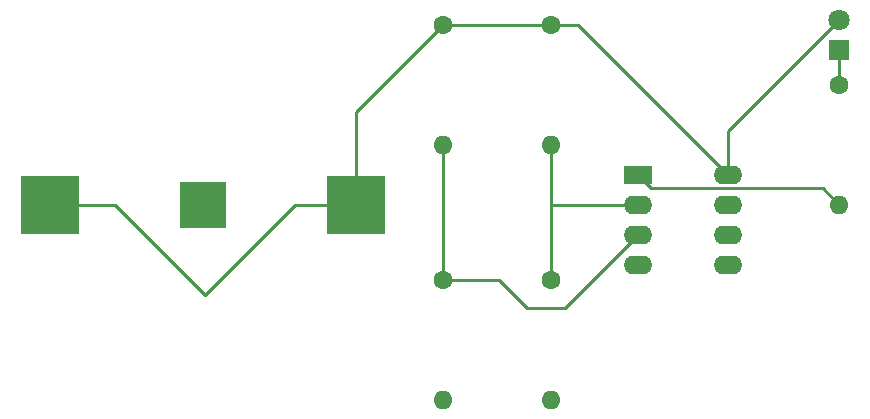
<source format=gbr>
%TF.GenerationSoftware,KiCad,Pcbnew,7.0.9-7.0.9~ubuntu22.04.1*%
%TF.CreationDate,2024-01-09T22:45:08-05:00*%
%TF.ProjectId,AoE_Too_Hot,416f455f-546f-46f5-9f48-6f742e6b6963,rev?*%
%TF.SameCoordinates,Original*%
%TF.FileFunction,Copper,L1,Top*%
%TF.FilePolarity,Positive*%
%FSLAX46Y46*%
G04 Gerber Fmt 4.6, Leading zero omitted, Abs format (unit mm)*
G04 Created by KiCad (PCBNEW 7.0.9-7.0.9~ubuntu22.04.1) date 2024-01-09 22:45:08*
%MOMM*%
%LPD*%
G01*
G04 APERTURE LIST*
%TA.AperFunction,SMDPad,CuDef*%
%ADD10R,5.000000X5.000000*%
%TD*%
%TA.AperFunction,SMDPad,CuDef*%
%ADD11R,4.000000X4.000000*%
%TD*%
%TA.AperFunction,ComponentPad*%
%ADD12C,1.800000*%
%TD*%
%TA.AperFunction,ComponentPad*%
%ADD13R,1.800000X1.800000*%
%TD*%
%TA.AperFunction,ComponentPad*%
%ADD14R,2.400000X1.600000*%
%TD*%
%TA.AperFunction,ComponentPad*%
%ADD15O,2.400000X1.600000*%
%TD*%
%TA.AperFunction,ComponentPad*%
%ADD16C,1.600000*%
%TD*%
%TA.AperFunction,ComponentPad*%
%ADD17O,1.600000X1.600000*%
%TD*%
%TA.AperFunction,ViaPad*%
%ADD18C,0.800000*%
%TD*%
%TA.AperFunction,Conductor*%
%ADD19C,0.250000*%
%TD*%
G04 APERTURE END LIST*
D10*
%TO.P,BT1,1,+*%
%TO.N,Net-(BT1-+)*%
X81030000Y-78740000D03*
X106930000Y-78740000D03*
D11*
%TO.P,BT1,2,-*%
%TO.N,GND*%
X93980000Y-78740000D03*
%TD*%
D12*
%TO.P,D1,2,A*%
%TO.N,Net-(BT1-+)*%
X147828000Y-63119000D03*
D13*
%TO.P,D1,1,K*%
%TO.N,Net-(D1-K)*%
X147828000Y-65659000D03*
%TD*%
D14*
%TO.P,U1,1*%
%TO.N,Net-(R4-Pad2)*%
X130795000Y-76200000D03*
D15*
%TO.P,U1,2,-*%
%TO.N,Net-(U1A--)*%
X130795000Y-78740000D03*
%TO.P,U1,3,+*%
%TO.N,Net-(U1A-+)*%
X130795000Y-81280000D03*
%TO.P,U1,4,V-*%
%TO.N,GND*%
X130795000Y-83820000D03*
%TO.P,U1,5,+*%
%TO.N,unconnected-(U1B-+-Pad5)*%
X138415000Y-83820000D03*
%TO.P,U1,6,-*%
%TO.N,unconnected-(U1B---Pad6)*%
X138415000Y-81280000D03*
%TO.P,U1,7*%
%TO.N,unconnected-(U1-Pad7)*%
X138415000Y-78740000D03*
%TO.P,U1,8,V+*%
%TO.N,Net-(BT1-+)*%
X138415000Y-76200000D03*
%TD*%
D16*
%TO.P,TH1,1*%
%TO.N,Net-(U1A--)*%
X123444000Y-85090000D03*
D17*
%TO.P,TH1,2*%
%TO.N,GND*%
X123444000Y-95250000D03*
%TD*%
D16*
%TO.P,R1,1*%
%TO.N,Net-(BT1-+)*%
X114250000Y-63580000D03*
D17*
%TO.P,R1,2*%
%TO.N,Net-(U1A-+)*%
X114250000Y-73740000D03*
%TD*%
%TO.P,R4,2*%
%TO.N,Net-(R4-Pad2)*%
X147828000Y-78740000D03*
D16*
%TO.P,R4,1*%
%TO.N,Net-(D1-K)*%
X147828000Y-68580000D03*
%TD*%
%TO.P,R2,1*%
%TO.N,Net-(U1A-+)*%
X114250000Y-85090000D03*
D17*
%TO.P,R2,2*%
%TO.N,GND*%
X114250000Y-95250000D03*
%TD*%
D16*
%TO.P,R3,1*%
%TO.N,Net-(BT1-+)*%
X123444000Y-63500000D03*
D17*
%TO.P,R3,2*%
%TO.N,Net-(U1A--)*%
X123444000Y-73660000D03*
%TD*%
D18*
%TO.N,GND*%
X93980000Y-77978000D03*
%TD*%
D19*
%TO.N,Net-(U1A-+)*%
X114250000Y-85090000D02*
X118999000Y-85090000D01*
X118999000Y-85090000D02*
X121412000Y-87503000D01*
X124572000Y-87503000D02*
X130795000Y-81280000D01*
X121412000Y-87503000D02*
X124572000Y-87503000D01*
%TO.N,Net-(R4-Pad2)*%
X130795000Y-76200000D02*
X131920000Y-77325000D01*
X131920000Y-77325000D02*
X146413000Y-77325000D01*
X146413000Y-77325000D02*
X147828000Y-78740000D01*
%TO.N,Net-(U1A--)*%
X130795000Y-78740000D02*
X123444000Y-78740000D01*
%TO.N,Net-(U1A-+)*%
X114250000Y-73740000D02*
X114250000Y-85090000D01*
%TO.N,Net-(U1A--)*%
X123444000Y-73660000D02*
X123444000Y-78740000D01*
X123444000Y-78740000D02*
X123444000Y-85090000D01*
%TO.N,GND*%
X93980000Y-78740000D02*
X93980000Y-77978000D01*
%TO.N,Net-(D1-K)*%
X147828000Y-65659000D02*
X147828000Y-68580000D01*
%TO.N,Net-(BT1-+)*%
X138415000Y-76200000D02*
X138415000Y-72532000D01*
X138415000Y-72532000D02*
X147828000Y-63119000D01*
X123444000Y-63500000D02*
X125715000Y-63500000D01*
X125715000Y-63500000D02*
X138415000Y-76200000D01*
X114250000Y-63580000D02*
X123364000Y-63580000D01*
X123364000Y-63580000D02*
X123444000Y-63500000D01*
X106930000Y-78740000D02*
X106930000Y-70900000D01*
X106930000Y-70900000D02*
X114250000Y-63580000D01*
X86487000Y-78740000D02*
X94107000Y-86360000D01*
X81030000Y-78740000D02*
X86487000Y-78740000D01*
X94107000Y-86360000D02*
X101727000Y-78740000D01*
X101727000Y-78740000D02*
X106930000Y-78740000D01*
%TD*%
M02*

</source>
